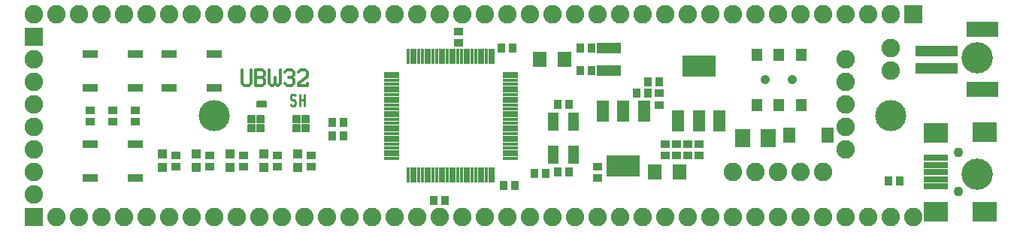
<source format=gts>
G75*
G70*
%OFA0B0*%
%FSLAX24Y24*%
%IPPOS*%
%LPD*%
%AMOC8*
5,1,8,0,0,1.08239X$1,22.5*
%
%ADD10R,0.0671X0.0159*%
%ADD11R,0.0159X0.0671*%
%ADD12R,0.0356X0.0434*%
%ADD13R,0.0631X0.0710*%
%ADD14R,0.0434X0.0356*%
%ADD15R,0.0395X0.0395*%
%ADD16R,0.0680X0.0380*%
%ADD17R,0.1064X0.0277*%
%ADD18R,0.1064X0.0867*%
%ADD19C,0.0434*%
%ADD20C,0.0820*%
%ADD21R,0.0820X0.0820*%
%ADD22C,0.1390*%
%ADD23C,0.1380*%
%ADD24R,0.0474X0.0533*%
%ADD25C,0.0415*%
%ADD26R,0.1891X0.0474*%
%ADD27R,0.1419X0.0710*%
%ADD28C,0.0120*%
%ADD29C,0.0100*%
%ADD30C,0.0050*%
%ADD31R,0.0300X0.0300*%
%ADD32R,0.0400X0.0250*%
%ADD33R,0.0710X0.0790*%
%ADD34R,0.0560X0.0960*%
%ADD35R,0.1497X0.0946*%
%ADD36R,0.0513X0.0828*%
%ADD37R,0.1064X0.0474*%
%ADD38R,0.0580X0.0659*%
D10*
X016705Y003453D03*
X016705Y003610D03*
X016705Y003768D03*
X016705Y003925D03*
X016705Y004083D03*
X016705Y004240D03*
X016705Y004398D03*
X016705Y004555D03*
X016705Y004713D03*
X016705Y004870D03*
X016705Y005028D03*
X016705Y005185D03*
X016705Y005343D03*
X016705Y005500D03*
X016705Y005658D03*
X016705Y005815D03*
X016705Y005973D03*
X016705Y006130D03*
X016705Y006288D03*
X016705Y006445D03*
X016705Y006603D03*
X016705Y006760D03*
X016705Y006917D03*
X016705Y007075D03*
X016705Y007232D03*
X021980Y007232D03*
X021980Y007075D03*
X021980Y006917D03*
X021980Y006760D03*
X021980Y006603D03*
X021980Y006445D03*
X021980Y006288D03*
X021980Y006130D03*
X021980Y005973D03*
X021980Y005815D03*
X021980Y005658D03*
X021980Y005500D03*
X021980Y005343D03*
X021980Y005185D03*
X021980Y005028D03*
X021980Y004870D03*
X021980Y004713D03*
X021980Y004555D03*
X021980Y004398D03*
X021980Y004240D03*
X021980Y004083D03*
X021980Y003925D03*
X021980Y003768D03*
X021980Y003610D03*
X021980Y003453D03*
D11*
X021232Y002705D03*
X021075Y002705D03*
X020917Y002705D03*
X020760Y002705D03*
X020603Y002705D03*
X020445Y002705D03*
X020288Y002705D03*
X020130Y002705D03*
X019973Y002705D03*
X019815Y002705D03*
X019658Y002705D03*
X019500Y002705D03*
X019343Y002705D03*
X019185Y002705D03*
X019028Y002705D03*
X018870Y002705D03*
X018713Y002705D03*
X018555Y002705D03*
X018398Y002705D03*
X018240Y002705D03*
X018083Y002705D03*
X017925Y002705D03*
X017768Y002705D03*
X017610Y002705D03*
X017453Y002705D03*
X017453Y007980D03*
X017610Y007980D03*
X017768Y007980D03*
X017925Y007980D03*
X018083Y007980D03*
X018240Y007980D03*
X018398Y007980D03*
X018555Y007980D03*
X018713Y007980D03*
X018870Y007980D03*
X019028Y007980D03*
X019185Y007980D03*
X019343Y007980D03*
X019500Y007980D03*
X019658Y007980D03*
X019815Y007980D03*
X019973Y007980D03*
X020130Y007980D03*
X020288Y007980D03*
X020445Y007980D03*
X020603Y007980D03*
X020760Y007980D03*
X020917Y007980D03*
X021075Y007980D03*
X021232Y007980D03*
D12*
X021587Y008343D03*
X022099Y008343D03*
X025087Y008343D03*
X025599Y008343D03*
X025599Y007343D03*
X025087Y007343D03*
X028087Y006843D03*
X028599Y006843D03*
X028099Y006343D03*
X027587Y006343D03*
X024599Y005843D03*
X024087Y005843D03*
X014599Y005043D03*
X014087Y005043D03*
X014087Y004443D03*
X014599Y004443D03*
X023037Y002793D03*
X023549Y002793D03*
X024087Y002843D03*
X024599Y002843D03*
X022199Y002243D03*
X021687Y002243D03*
X019099Y001593D03*
X018587Y001593D03*
X038737Y002443D03*
X039249Y002443D03*
D13*
X029494Y002843D03*
X028391Y002843D03*
X024394Y007843D03*
X023291Y007843D03*
D14*
X019693Y008587D03*
X019693Y009099D03*
X028593Y006349D03*
X028593Y005837D03*
X028843Y004099D03*
X029343Y004099D03*
X029843Y004099D03*
X030343Y004099D03*
X030343Y003587D03*
X029843Y003587D03*
X029343Y003587D03*
X028843Y003587D03*
X025843Y003099D03*
X025843Y002587D03*
X013143Y003087D03*
X011643Y003087D03*
X010143Y003087D03*
X008643Y003087D03*
X007143Y003087D03*
X007143Y003599D03*
X008643Y003599D03*
X010143Y003599D03*
X011643Y003599D03*
X013143Y003599D03*
X005343Y005087D03*
X004343Y005087D03*
X003343Y005087D03*
X003343Y005599D03*
X004343Y005599D03*
X005343Y005599D03*
D15*
X006543Y003638D03*
X008043Y003638D03*
X009543Y003638D03*
X011043Y003638D03*
X012543Y003638D03*
X012543Y003047D03*
X011043Y003047D03*
X009543Y003047D03*
X008043Y003047D03*
X006543Y003047D03*
D16*
X005343Y002593D03*
X003343Y002593D03*
X003343Y004093D03*
X005343Y004093D03*
X005343Y006593D03*
X006843Y006593D03*
X008843Y006593D03*
X003343Y006593D03*
X003343Y008093D03*
X005343Y008093D03*
X006843Y008093D03*
X008843Y008093D03*
D17*
X040858Y003473D03*
X040858Y003158D03*
X040858Y002843D03*
X040858Y002528D03*
X040858Y002213D03*
D18*
X040858Y001071D03*
X043024Y001071D03*
X040858Y004575D03*
X043024Y004614D03*
D19*
X041843Y003709D03*
X041843Y001977D03*
D20*
X039843Y000843D03*
X038843Y000843D03*
X037843Y000843D03*
X036843Y000843D03*
X035843Y000843D03*
X034843Y000843D03*
X033843Y000843D03*
X032843Y000843D03*
X031843Y000843D03*
X030843Y000843D03*
X029843Y000843D03*
X028843Y000843D03*
X027843Y000843D03*
X026843Y000843D03*
X025843Y000843D03*
X024843Y000843D03*
X023843Y000843D03*
X022843Y000843D03*
X021843Y000843D03*
X020843Y000843D03*
X019843Y000843D03*
X018843Y000843D03*
X017843Y000843D03*
X016843Y000843D03*
X015843Y000843D03*
X014843Y000843D03*
X013843Y000843D03*
X012843Y000843D03*
X011843Y000843D03*
X010843Y000843D03*
X009843Y000843D03*
X008843Y000843D03*
X007843Y000843D03*
X006843Y000843D03*
X005843Y000843D03*
X004843Y000843D03*
X003843Y000843D03*
X002843Y000843D03*
X001843Y000843D03*
X000843Y001843D03*
X000843Y002843D03*
X000843Y003843D03*
X000843Y004843D03*
X000843Y005843D03*
X000843Y006843D03*
X000843Y007843D03*
X000843Y009843D03*
X001843Y009843D03*
X002843Y009843D03*
X003843Y009843D03*
X004843Y009843D03*
X005843Y009843D03*
X006843Y009843D03*
X007843Y009843D03*
X008843Y009843D03*
X009843Y009843D03*
X010843Y009843D03*
X011843Y009843D03*
X012843Y009843D03*
X013843Y009843D03*
X014843Y009843D03*
X015843Y009843D03*
X016843Y009843D03*
X017843Y009843D03*
X018843Y009843D03*
X019843Y009843D03*
X020843Y009843D03*
X021843Y009843D03*
X022843Y009843D03*
X023843Y009843D03*
X024843Y009843D03*
X025843Y009843D03*
X026843Y009843D03*
X027843Y009843D03*
X028843Y009843D03*
X029843Y009843D03*
X030843Y009843D03*
X031843Y009843D03*
X032843Y009843D03*
X033843Y009843D03*
X034843Y009843D03*
X035843Y009843D03*
X036843Y009843D03*
X037843Y009843D03*
X038843Y009843D03*
X038843Y008343D03*
X036843Y007843D03*
X038843Y007343D03*
X036843Y006843D03*
X036843Y005843D03*
X036843Y004843D03*
X036843Y003843D03*
X035843Y002843D03*
X034843Y002843D03*
X033843Y002843D03*
X032843Y002843D03*
X031843Y002843D03*
D21*
X000843Y000843D03*
X000843Y008843D03*
X039843Y009843D03*
D22*
X042693Y007928D03*
X042693Y002758D03*
D23*
X038843Y005343D03*
X008843Y005343D03*
D24*
X032908Y005830D03*
X033893Y005830D03*
X034877Y005830D03*
X034877Y008055D03*
X033893Y008055D03*
X032908Y008055D03*
D25*
X033302Y006943D03*
X034483Y006943D03*
D26*
X040886Y007449D03*
X040886Y008236D03*
D27*
X042933Y009181D03*
X042933Y006504D03*
D28*
X012993Y006693D02*
X012593Y006693D01*
X012593Y006793D01*
X012993Y007093D01*
X012993Y007293D01*
X012893Y007393D01*
X012693Y007393D01*
X012593Y007293D01*
X012393Y007293D02*
X012393Y007143D01*
X012293Y007043D01*
X012393Y006943D01*
X012393Y006793D01*
X012293Y006693D01*
X012093Y006693D01*
X011993Y006793D01*
X011793Y006793D02*
X011693Y006693D01*
X011643Y006693D01*
X011543Y006793D01*
X011543Y007043D01*
X011093Y007143D02*
X010993Y007043D01*
X010693Y007043D01*
X010693Y006693D01*
X010993Y006693D01*
X011093Y006793D01*
X011093Y006943D01*
X010993Y007043D01*
X011093Y007143D02*
X011093Y007293D01*
X010993Y007393D01*
X010693Y007393D01*
X010693Y007043D01*
X010493Y006793D02*
X010393Y006693D01*
X010193Y006693D01*
X010093Y006793D01*
X010093Y007393D01*
X010493Y007393D02*
X010493Y006793D01*
X011293Y006793D02*
X011393Y006693D01*
X011443Y006693D01*
X011543Y006793D01*
X011793Y006793D02*
X011793Y007393D01*
X011993Y007293D02*
X012093Y007393D01*
X012293Y007393D01*
X012393Y007293D01*
X012293Y007043D02*
X012143Y007043D01*
X012993Y006793D02*
X012993Y006693D01*
X011293Y006793D02*
X011293Y007393D01*
D29*
X012293Y006293D02*
X012243Y006243D01*
X012243Y006093D01*
X012293Y006043D01*
X012393Y006043D01*
X012443Y005993D01*
X012443Y005843D01*
X012393Y005793D01*
X012293Y005793D01*
X012243Y005843D01*
X012643Y005793D02*
X012643Y006043D01*
X012843Y006043D01*
X012843Y005793D01*
X012843Y006043D02*
X012843Y006293D01*
X012643Y006293D02*
X012643Y006043D01*
X012443Y006243D02*
X012393Y006293D01*
X012293Y006293D01*
D30*
X011143Y005993D02*
X010743Y005993D01*
X010743Y005743D01*
X011143Y005743D01*
X011143Y005993D01*
X011043Y005343D02*
X010743Y005343D01*
X010743Y005043D01*
X011043Y005043D01*
X011043Y005343D01*
X010643Y005343D02*
X010643Y005043D01*
X010343Y005043D01*
X010343Y005343D01*
X010643Y005343D01*
X012343Y005343D02*
X012343Y005043D01*
X012643Y005043D01*
X012643Y005343D01*
X012343Y005343D01*
X012743Y005343D02*
X013043Y005343D01*
X013043Y005043D01*
X012743Y005043D01*
X012743Y005343D01*
X012743Y004943D02*
X013043Y004943D01*
X013043Y004643D01*
X012743Y004643D01*
X012743Y004943D01*
X012643Y004943D02*
X012643Y004643D01*
X012343Y004643D01*
X012343Y004943D01*
X012643Y004943D01*
X011043Y004943D02*
X011043Y004643D01*
X010743Y004643D01*
X010743Y004943D01*
X011043Y004943D01*
X010643Y004943D02*
X010643Y004643D01*
X010343Y004643D01*
X010343Y004943D01*
X010643Y004943D01*
D31*
X010493Y004793D03*
X010893Y004793D03*
X010893Y005193D03*
X010493Y005193D03*
X012493Y005193D03*
X012893Y005193D03*
X012893Y004793D03*
X012493Y004793D03*
D32*
X010943Y005868D03*
D33*
X032283Y004343D03*
X033403Y004343D03*
D34*
X031253Y005123D03*
X030343Y005123D03*
X029433Y005123D03*
X027903Y005563D03*
X026993Y005563D03*
X026083Y005563D03*
D35*
X030343Y007563D03*
X026993Y003123D03*
D36*
X024795Y003614D03*
X023890Y003614D03*
X023890Y005071D03*
X024795Y005071D03*
D37*
X026343Y007343D03*
X026343Y008343D03*
D38*
X034346Y004493D03*
X036039Y004493D03*
M02*

</source>
